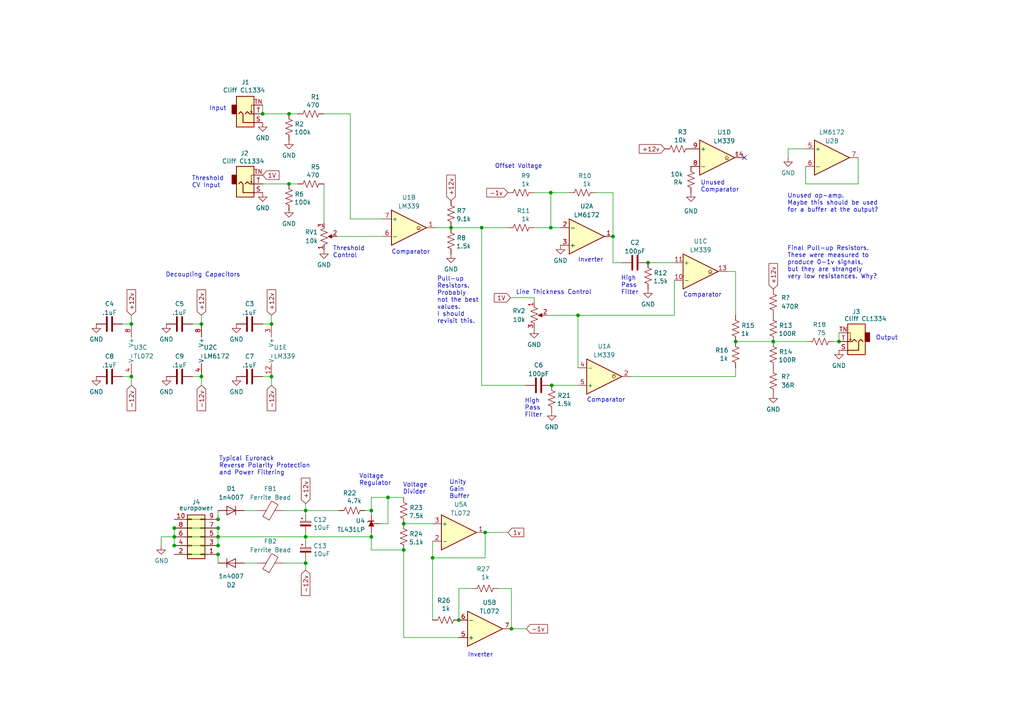
<source format=kicad_sch>
(kicad_sch (version 20211123) (generator eeschema)
  (paper "A4")
  (title_block (title "Slow Edge Protoboard") (date "2023-11-23") (rev "0.1.1") (company "Octovolt"))
  (lib_symbols
    (symbol "Amplifier_Operational:LM6172" (pin_names (offset 0.127))
      (property "Reference" "U" (at 0 5.08 0))
      (property "Value" "LM6172" (at 0 -5.08 0))
      (symbol "LM6172_1_1"
        (polyline (pts (xy -5.08 5.08) (xy 5.08 0) (xy -5.08 -5.08) (xy -5.08 5.08)) (stroke (width 0.254)) (fill (type background)))
        (pin output line (at 7.62 0 180) (length 2.54) (name "~") (number "1"))
        (pin input line (at -7.62 -2.54 0) (length 2.54) (name "-") (number "2"))
        (pin input line (at -7.62 2.54 0) (length 2.54) (name "+") (number "3"))
      )
      (symbol "LM6172_2_1"
        (polyline (pts (xy -5.08 5.08) (xy 5.08 0) (xy -5.08 -5.08) (xy -5.08 5.08)) (stroke (width 0.254)) (fill (type background)))
        (pin input line (at -7.62 2.54 0) (length 2.54) (name "+") (number "5"))
        (pin input line (at -7.62 -2.54 0) (length 2.54) (name "-") (number "6"))
        (pin output line (at 7.62 0 180) (length 2.54) (name "~") (number "7"))
      )
      (symbol "LM6172_3_1"
        (pin power_in line (at -2.54 -7.62 90) (length 3.81) (name "V-") (number "4"))
        (pin power_in line (at -2.54 7.62 270) (length 3.81) (name "V+") (number "8"))
      )
    )
    (symbol "Amplifier_Operational:TL072" (pin_names (offset 0.127))
      (property "Reference" "U" (at 0 5.08 0))
      (property "Value" "TL072" (at 0 -5.08 0))
      (symbol "TL072_1_1"
        (polyline (pts (xy -5.08 5.08) (xy 5.08 0) (xy -5.08 -5.08) (xy -5.08 5.08)) (stroke (width 0.254)) (fill (type background)))
        (pin output line (at 7.62 0 180) (length 2.54) (name "~") (number "1"))
        (pin input line (at -7.62 -2.54 0) (length 2.54) (name "-") (number "2"))
        (pin input line (at -7.62 2.54 0) (length 2.54) (name "+") (number "3"))
      )
      (symbol "TL072_2_1"
        (polyline (pts (xy -5.08 5.08) (xy 5.08 0) (xy -5.08 -5.08) (xy -5.08 5.08)) (stroke (width 0.254)) (fill (type background)))
        (pin input line (at -7.62 2.54 0) (length 2.54) (name "+") (number "5"))
        (pin input line (at -7.62 -2.54 0) (length 2.54) (name "-") (number "6"))
        (pin output line (at 7.62 0 180) (length 2.54) (name "~") (number "7"))
      )
      (symbol "TL072_3_1"
        (pin power_in line (at -2.54 -7.62 90) (length 3.81) (name "V-") (number "4"))
        (pin power_in line (at -2.54 7.62 270) (length 3.81) (name "V+") (number "8"))
      )
    )
    (symbol "Comparator:LM339" (pin_names (offset 0.127))
      (property "Reference" "U" (at 0 5.08 0))
      (property "Value" "LM339" (at 0 -5.08 0))
      (symbol "LM339_1_1"
        (polyline (pts (xy -5.08 5.08) (xy 5.08 0) (xy -5.08 -5.08) (xy -5.08 5.08)) (stroke (width 0.254)) (fill (type background)))
        (polyline (pts (xy 3.302 -0.508) (xy 2.794 -0.508) (xy 3.302 0) (xy 2.794 0.508) (xy 2.286 0) (xy 2.794 -0.508) (xy 2.286 -0.508)) (stroke (width 0.127)))
        (pin open_collector line (at 7.62 0 180) (length 2.54) (name "~") (number "2"))
        (pin input line (at -7.62 -2.54 0) (length 2.54) (name "-") (number "4"))
        (pin input line (at -7.62 2.54 0) (length 2.54) (name "+") (number "5"))
      )
      (symbol "LM339_2_1"
        (polyline (pts (xy -5.08 5.08) (xy 5.08 0) (xy -5.08 -5.08) (xy -5.08 5.08)) (stroke (width 0.254)) (fill (type background)))
        (polyline (pts (xy 3.302 -0.508) (xy 2.794 -0.508) (xy 3.302 0) (xy 2.794 0.508) (xy 2.286 0) (xy 2.794 -0.508) (xy 2.286 -0.508)) (stroke (width 0.127)))
        (pin open_collector line (at 7.62 0 180) (length 2.54) (name "~") (number "1"))
        (pin input line (at -7.62 -2.54 0) (length 2.54) (name "-") (number "6"))
        (pin input line (at -7.62 2.54 0) (length 2.54) (name "+") (number "7"))
      )
      (symbol "LM339_3_1"
        (polyline (pts (xy -5.08 5.08) (xy 5.08 0) (xy -5.08 -5.08) (xy -5.08 5.08)) (stroke (width 0.254)) (fill (type background)))
        (polyline (pts (xy 3.302 -0.508) (xy 2.794 -0.508) (xy 3.302 0) (xy 2.794 0.508) (xy 2.286 0) (xy 2.794 -0.508) (xy 2.286 -0.508)) (stroke (width 0.127)))
        (pin input line (at -7.62 -2.54 0) (length 2.54) (name "-") (number "10"))
        (pin input line (at -7.62 2.54 0) (length 2.54) (name "+") (number "11"))
        (pin open_collector line (at 7.62 0 180) (length 2.54) (name "~") (number "13"))
      )
      (symbol "LM339_4_1"
        (polyline (pts (xy -5.08 5.08) (xy 5.08 0) (xy -5.08 -5.08) (xy -5.08 5.08)) (stroke (width 0.254)) (fill (type background)))
        (polyline (pts (xy 3.302 -0.508) (xy 2.794 -0.508) (xy 3.302 0) (xy 2.794 0.508) (xy 2.286 0) (xy 2.794 -0.508) (xy 2.286 -0.508)) (stroke (width 0.127)))
        (pin open_collector line (at 7.62 0 180) (length 2.54) (name "~") (number "14"))
        (pin input line (at -7.62 -2.54 0) (length 2.54) (name "-") (number "8"))
        (pin input line (at -7.62 2.54 0) (length 2.54) (name "+") (number "9"))
      )
      (symbol "LM339_5_1"
        (pin power_in line (at -2.54 -7.62 90) (length 3.81) (name "V-") (number "12"))
        (pin power_in line (at -2.54 7.62 270) (length 3.81) (name "V+") (number "3"))
      )
    )
    (symbol "Connector_Generic:Conn_02x05_Odd_Even" (pin_names (offset 1.016) hide)
      (property "Reference" "J" (at 1.27 7.62 0))
      (property "Value" "Conn_02x05_Odd_Even" (at 1.27 -7.62 0))
      (symbol "Conn_02x05_Odd_Even_1_1"
        (rectangle (start -1.27 -4.953) (end 0 -5.207) (stroke (width 0.1524)))
        (rectangle (start -1.27 -2.413) (end 0 -2.667) (stroke (width 0.1524)))
        (rectangle (start -1.27 0.127) (end 0 -0.127) (stroke (width 0.1524)))
        (rectangle (start -1.27 2.667) (end 0 2.413) (stroke (width 0.1524)))
        (rectangle (start -1.27 5.207) (end 0 4.953) (stroke (width 0.1524)))
        (rectangle (start -1.27 6.35) (end 3.81 -6.35) (stroke (width 0.254)) (fill (type background)))
        (rectangle (start 3.81 -4.953) (end 2.54 -5.207) (stroke (width 0.1524)))
        (rectangle (start 3.81 -2.413) (end 2.54 -2.667) (stroke (width 0.1524)))
        (rectangle (start 3.81 0.127) (end 2.54 -0.127) (stroke (width 0.1524)))
        (rectangle (start 3.81 2.667) (end 2.54 2.413) (stroke (width 0.1524)))
        (rectangle (start 3.81 5.207) (end 2.54 4.953) (stroke (width 0.1524)))
        (pin passive line (at -5.08 5.08 0) (length 3.81) (name "Pin_1") (number "1"))
        (pin passive line (at 7.62 -5.08 180) (length 3.81) (name "Pin_10") (number "10"))
        (pin passive line (at 7.62 5.08 180) (length 3.81) (name "Pin_2") (number "2"))
        (pin passive line (at -5.08 2.54 0) (length 3.81) (name "Pin_3") (number "3"))
        (pin passive line (at 7.62 2.54 180) (length 3.81) (name "Pin_4") (number "4"))
        (pin passive line (at -5.08 0 0) (length 3.81) (name "Pin_5") (number "5"))
        (pin passive line (at 7.62 0 180) (length 3.81) (name "Pin_6") (number "6"))
        (pin passive line (at -5.08 -2.54 0) (length 3.81) (name "Pin_7") (number "7"))
        (pin passive line (at 7.62 -2.54 180) (length 3.81) (name "Pin_8") (number "8"))
        (pin passive line (at -5.08 -5.08 0) (length 3.81) (name "Pin_9") (number "9"))
      )
    )
    (symbol "Device:C" (pin_numbers hide) (pin_names (offset 0.254))
      (property "Reference" "C" (at 0.635 2.54 0))
      (property "Value" "C" (at 0.635 -2.54 0))
      (symbol "C_0_1"
        (polyline (pts (xy -2.032 -0.762) (xy 2.032 -0.762)) (stroke (width 0.508)))
        (polyline (pts (xy -2.032 0.762) (xy 2.032 0.762)) (stroke (width 0.508)))
      )
      (symbol "C_1_1"
        (pin passive line (at 0 3.81 270) (length 2.794) (name "~") (number "1"))
        (pin passive line (at 0 -3.81 90) (length 2.794) (name "~") (number "2"))
      )
    )
    (symbol "Device:FerriteBead" (pin_numbers hide) (pin_names (offset 0))
      (property "Reference" "FB" (at -3.81 0.635 90))
      (property "Value" "FerriteBead" (at 3.81 0 90))
      (symbol "FerriteBead_0_1"
        (polyline (pts (xy 0 -1.27) (xy 0 -1.2192)))
        (polyline (pts (xy 0 1.27) (xy 0 1.2954)))
        (polyline (pts (xy -2.7686 0.4064) (xy -1.7018 2.2606) (xy 2.7686 -0.3048) (xy 1.6764 -2.159) (xy -2.7686 0.4064)))
      )
      (symbol "FerriteBead_1_1"
        (pin passive line (at 0 3.81 270) (length 2.54) (name "~") (number "1"))
        (pin passive line (at 0 -3.81 90) (length 2.54) (name "~") (number "2"))
      )
    )
    (symbol "Device:R_Potentiometer_US" (pin_names (offset 1.016) hide)
      (property "Reference" "RV" (at -4.445 0 90))
      (property "Value" "R_Potentiometer_US" (at -2.54 0 90))
      (symbol "R_Potentiometer_US_0_1"
        (polyline (pts (xy 0 -2.286) (xy 0 -2.54)))
        (polyline (pts (xy 0 2.54) (xy 0 2.286)))
        (polyline (pts (xy 2.54 0) (xy 1.524 0)))
        (polyline (pts (xy 1.143 0) (xy 2.286 0.508) (xy 2.286 -0.508) (xy 1.143 0)) (fill (type outline)))
        (polyline (pts (xy 0 -0.762) (xy 1.016 -1.143) (xy 0 -1.524) (xy -1.016 -1.905) (xy 0 -2.286)))
        (polyline (pts (xy 0 0.762) (xy 1.016 0.381) (xy 0 0) (xy -1.016 -0.381) (xy 0 -0.762)))
        (polyline (pts (xy 0 2.286) (xy 1.016 1.905) (xy 0 1.524) (xy -1.016 1.143) (xy 0 0.762)))
      )
      (symbol "R_Potentiometer_US_1_1"
        (pin passive line (at 0 3.81 270) (length 1.27) (name "1") (number "1"))
        (pin passive line (at 3.81 0 180) (length 1.27) (name "2") (number "2"))
        (pin passive line (at 0 -3.81 90) (length 1.27) (name "3") (number "3"))
      )
    )
    (symbol "Device:R_US" (pin_numbers hide) (pin_names (offset 0))
      (property "Reference" "R" (at 2.54 0 90))
      (property "Value" "R_US" (at -2.54 0 90))
      (symbol "R_US_0_1"
        (polyline (pts (xy 0 -2.286) (xy 0 -2.54)))
        (polyline (pts (xy 0 2.286) (xy 0 2.54)))
        (polyline (pts (xy 0 -0.762) (xy 1.016 -1.143) (xy 0 -1.524) (xy -1.016 -1.905) (xy 0 -2.286)))
        (polyline (pts (xy 0 0.762) (xy 1.016 0.381) (xy 0 0) (xy -1.016 -0.381) (xy 0 -0.762)))
        (polyline (pts (xy 0 2.286) (xy 1.016 1.905) (xy 0 1.524) (xy -1.016 1.143) (xy 0 0.762)))
      )
      (symbol "R_US_1_1"
        (pin passive line (at 0 3.81 270) (length 1.27) (name "~") (number "1"))
        (pin passive line (at 0 -3.81 90) (length 1.27) (name "~") (number "2"))
      )
    )
    (symbol "Reference_Voltage:TL431LP" (pin_numbers hide) (pin_names hide)
      (property "Reference" "U" (at -2.54 2.54 0))
      (property "Value" "TL431LP" (at 0 -2.54 0))
      (symbol "TL431LP_0_1"
        (polyline (pts (xy -1.27 0) (xy 0 0) (xy 1.27 0)))
        (polyline (pts (xy -0.762 0.762) (xy 0.762 0) (xy -0.762 -0.762)) (fill (type outline)))
        (polyline (pts (xy 0.508 -1.016) (xy 0.762 -0.762) (xy 0.762 0.762) (xy 0.762 0.762)) (stroke (width 0.254)))
      )
      (symbol "TL431LP_1_1"
        (pin passive line (at 0 2.54 270) (length 2.54) (name "REF") (number "1"))
        (pin passive line (at -2.54 0 0) (length 2.54) (name "A") (number "2"))
        (pin passive line (at 2.54 0 180) (length 2.54) (name "K") (number "3"))
      )
    )
    (symbol "Sync-Ope-proto-rescue:CP_Small-Device" (pin_numbers hide) (pin_names (offset 0.254) hide)
      (property "Reference" "C" (at 0.254 1.778 0))
      (property "Value" "CP_Small-Device" (at 0.254 -2.032 0))
      (symbol "CP_Small-Device_0_1"
        (rectangle (start -1.524 -0.3048) (end 1.524 -0.6858) (fill (type outline)))
        (rectangle (start -1.524 0.6858) (end 1.524 0.3048))
        (polyline (pts (xy -1.27 1.524) (xy -0.762 1.524)))
        (polyline (pts (xy -1.016 1.27) (xy -1.016 1.778)))
      )
      (symbol "CP_Small-Device_1_1"
        (pin passive line (at 0 2.54 270) (length 1.8542) (name "~") (number "1"))
        (pin passive line (at 0 -2.54 90) (length 1.8542) (name "~") (number "2"))
      )
    )
    (symbol "Sync-Ope-proto-rescue:D-Device" (pin_numbers hide) (pin_names (offset 1.016) hide)
      (property "Reference" "D" (at 0 2.54 0))
      (property "Value" "D-Device" (at 0 -2.54 0))
      (symbol "D-Device_0_1"
        (polyline (pts (xy -1.27 1.27) (xy -1.27 -1.27)) (stroke (width 0.2032)))
        (polyline (pts (xy 1.27 0) (xy -1.27 0)))
        (polyline (pts (xy 1.27 1.27) (xy 1.27 -1.27) (xy -1.27 0) (xy 1.27 1.27)) (stroke (width 0.2032)))
      )
      (symbol "D-Device_1_1"
        (pin passive line (at -3.81 0 0) (length 2.54) (name "K") (number "1"))
        (pin passive line (at 3.81 0 180) (length 2.54) (name "A") (number "2"))
      )
    )
    (symbol "Sync-Ope-proto-rescue:GND-power" (power) (pin_names (offset 0))
      (property "Value" "GND-power" (at 0 -3.81 0))
      (symbol "GND-power_0_1"
        (polyline (pts (xy 0 0) (xy 0 -1.27) (xy 1.27 -1.27) (xy 0 -2.54) (xy -1.27 -1.27) (xy 0 -1.27)))
      )
      (symbol "GND-power_1_1"
        (pin power_in line (at 0 0 270) (length 0) hide (name "GND") (number "1"))
      )
    )
    (symbol "lines:AudioJackThonkiconn"
      (property "Reference" "J" (at 0 8.89 0))
      (property "Value" "AudioJackThonkiconn" (at 0 6.35 0))
      (symbol "AudioJackThonkiconn_0_1"
        (rectangle (start -2.54 0) (end -3.81 -2.54) (stroke (width 0.254)) (fill (type outline)))
        (polyline (pts (xy 1.778 -0.254) (xy 2.032 -0.762)))
        (polyline (pts (xy 0 0) (xy 0.635 -0.635) (xy 1.27 0) (xy 2.54 0)) (stroke (width 0.254)))
        (polyline (pts (xy 2.54 -2.54) (xy 1.778 -2.54) (xy 1.778 -0.254) (xy 1.524 -0.762)))
        (polyline (pts (xy 2.54 2.54) (xy -0.635 2.54) (xy -0.635 0) (xy -1.27 -0.635) (xy -1.905 0)) (stroke (width 0.254)))
        (rectangle (start 2.54 3.81) (end -2.54 -5.08) (stroke (width 0.254)) (fill (type background)))
      )
      (symbol "AudioJackThonkiconn_1_1"
        (pin passive line (at 5.08 2.54 180) (length 2.54) (name "~") (number "S"))
        (pin passive line (at 5.08 0 180) (length 2.54) (name "~") (number "T"))
        (pin passive line (at 5.08 -2.54 180) (length 2.54) (name "~") (number "TN"))
      )
    )
    (symbol "power:GND" (power) (pin_names (offset 0))
      (property "Value" "GND" (at 0 -3.81 0))
      (symbol "GND_0_1"
        (polyline (pts (xy 0 0) (xy 0 -1.27) (xy 1.27 -1.27) (xy 0 -2.54) (xy -1.27 -1.27) (xy 0 -1.27)))
      )
      (symbol "GND_1_1"
        (pin power_in line (at 0 0 270) (length 0) hide (name "GND") (number "1"))
      )
    )
  )
  (junction (at 50.546 153.162))
  (junction (at 38.1 93.98))
  (junction (at 83.82 53.34))
  (junction (at 78.74 93.98))
  (junction (at 177.8 68.58))
  (junction (at 213.36 99.06))
  (junction (at 50.546 158.242))
  (junction (at 159.766 66.04))
  (junction (at 117.094 159.512))
  (junction (at 63.246 155.702))
  (junction (at 88.646 148.082))
  (junction (at 112.522 144.272))
  (junction (at 107.696 148.082))
  (junction (at 159.766 55.88))
  (junction (at 88.646 155.702))
  (junction (at 63.246 153.162))
  (junction (at 38.1 109.22))
  (junction (at 88.646 163.322))
  (junction (at 117.094 151.892))
  (junction (at 76.2 33.02))
  (junction (at 125.476 161.798))
  (junction (at 130.81 66.04))
  (junction (at 139.7 66.04))
  (junction (at 50.546 155.702))
  (junction (at 83.82 33.02))
  (junction (at 160.02 111.76))
  (junction (at 243.332 99.06))
  (junction (at 224.282 99.06))
  (junction (at 78.74 109.22))
  (junction (at 167.64 91.44))
  (junction (at 148.336 182.372))
  (junction (at 63.246 160.782))
  (junction (at 140.716 154.432))
  (junction (at 58.42 93.98))
  (junction (at 58.42 109.22))
  (junction (at 187.96 76.2))
  (junction (at 63.246 150.622))
  (junction (at 107.696 155.702))
  (junction (at 63.246 158.242))
  (junction (at 133.096 179.832))
  (no_connect (at 215.9 45.72))
  (wire (pts (xy 224.282 99.06) (xy 234.188 99.06)))
  (wire (pts (xy 76.2 30.48) (xy 76.2 33.02)))
  (wire (pts (xy 112.522 144.272) (xy 117.094 144.272)))
  (wire (pts (xy 86.36 53.34) (xy 83.82 53.34)))
  (wire (pts (xy 93.98 53.34) (xy 93.98 64.77)))
  (wire (pts (xy 241.808 99.06) (xy 243.332 99.06)))
  (wire (pts (xy 35.56 109.22) (xy 38.1 109.22)))
  (wire (pts (xy 107.696 144.272) (xy 107.696 148.082)))
  (wire (pts (xy 126.238 66.04) (xy 130.81 66.04)))
  (wire (pts (xy 117.094 151.892) (xy 125.476 151.892)))
  (wire (pts (xy 82.296 148.082) (xy 88.646 148.082)))
  (wire (pts (xy 160.02 111.76) (xy 167.64 111.76)))
  (wire (pts (xy 70.866 163.322) (xy 74.676 163.322)))
  (wire (pts (xy 148.336 170.688) (xy 148.336 182.372)))
  (wire (pts (xy 125.476 156.972) (xy 125.476 161.798)))
  (wire (pts (xy 63.246 153.162) (xy 63.246 155.702)))
  (wire (pts (xy 105.918 148.082) (xy 107.696 148.082)))
  (wire (pts (xy 139.7 66.04) (xy 147.32 66.04)))
  (wire (pts (xy 50.546 158.242) (xy 63.246 158.242)))
  (wire (pts (xy 233.68 48.26) (xy 233.68 53.34)))
  (wire (pts (xy 159.766 55.88) (xy 165.1 55.88)))
  (wire (pts (xy 76.2 53.34) (xy 83.82 53.34)))
  (wire (pts (xy 38.1 111.76) (xy 38.1 109.22)))
  (wire (pts (xy 248.92 45.72) (xy 248.92 53.34)))
  (wire (pts (xy 50.546 153.162) (xy 63.246 153.162)))
  (wire (pts (xy 112.522 151.892) (xy 110.236 151.892)))
  (wire (pts (xy 210.82 78.74) (xy 213.36 78.74)))
  (wire (pts (xy 133.096 184.912) (xy 117.094 184.912)))
  (wire (pts (xy 86.36 33.02) (xy 83.82 33.02)))
  (wire (pts (xy 177.8 55.88) (xy 177.8 68.58)))
  (wire (pts (xy 50.546 155.702) (xy 50.546 158.242)))
  (wire (pts (xy 70.866 148.082) (xy 74.676 148.082)))
  (wire (pts (xy 187.96 76.2) (xy 187.96 77.216)))
  (wire (pts (xy 58.42 109.22) (xy 58.42 111.76)))
  (wire (pts (xy 125.476 161.798) (xy 125.476 179.832)))
  (wire (pts (xy 107.696 148.082) (xy 107.696 149.352)))
  (wire (pts (xy 125.476 161.798) (xy 140.716 161.798)))
  (wire (pts (xy 50.546 153.162) (xy 50.546 155.702)))
  (wire (pts (xy 154.94 95.25) (xy 154.94 95.504)))
  (wire (pts (xy 112.522 144.272) (xy 112.522 151.892)))
  (wire (pts (xy 215.9 45.72) (xy 215.646 45.72)))
  (wire (pts (xy 187.96 76.2) (xy 195.58 76.2)))
  (wire (pts (xy 233.68 43.18) (xy 228.6 43.18)))
  (wire (pts (xy 117.094 159.512) (xy 117.094 184.912)))
  (wire (pts (xy 83.82 60.96) (xy 83.82 60.452)))
  (wire (pts (xy 167.64 91.44) (xy 167.64 106.68)))
  (wire (pts (xy 182.88 109.22) (xy 213.36 109.22)))
  (wire (pts (xy 133.096 170.688) (xy 133.096 179.832)))
  (wire (pts (xy 133.096 170.688) (xy 136.906 170.688)))
  (wire (pts (xy 78.74 91.44) (xy 78.74 93.98)))
  (wire (pts (xy 213.36 99.06) (xy 224.282 99.06)))
  (wire (pts (xy 101.6 63.5) (xy 101.6 33.02)))
  (wire (pts (xy 97.79 68.58) (xy 110.998 68.58)))
  (wire (pts (xy 58.42 91.44) (xy 58.42 93.98)))
  (wire (pts (xy 139.7 111.76) (xy 152.4 111.76)))
  (wire (pts (xy 248.92 53.34) (xy 233.68 53.34)))
  (wire (pts (xy 177.8 68.58) (xy 177.8 76.2)))
  (wire (pts (xy 107.696 159.512) (xy 117.094 159.512)))
  (wire (pts (xy 167.64 91.44) (xy 195.58 91.44)))
  (wire (pts (xy 195.58 81.28) (xy 195.58 91.44)))
  (wire (pts (xy 139.7 66.04) (xy 139.7 111.76)))
  (wire (pts (xy 159.766 55.88) (xy 159.766 66.04)))
  (wire (pts (xy 76.2 33.02) (xy 83.82 33.02)))
  (wire (pts (xy 88.646 155.702) (xy 88.646 156.972)))
  (wire (pts (xy 130.81 66.04) (xy 139.7 66.04)))
  (wire (pts (xy 177.8 55.88) (xy 172.72 55.88)))
  (wire (pts (xy 213.36 106.68) (xy 213.36 109.22)))
  (wire (pts (xy 107.696 159.512) (xy 107.696 155.702)))
  (wire (pts (xy 148.082 86.36) (xy 154.94 86.36)))
  (wire (pts (xy 93.98 33.02) (xy 101.6 33.02)))
  (wire (pts (xy 76.2 109.22) (xy 78.74 109.22)))
  (wire (pts (xy 154.94 55.88) (xy 159.766 55.88)))
  (wire (pts (xy 82.296 163.322) (xy 88.646 163.322)))
  (wire (pts (xy 88.646 154.432) (xy 88.646 155.702)))
  (wire (pts (xy 107.696 144.272) (xy 112.522 144.272)))
  (wire (pts (xy 38.1 91.44) (xy 38.1 93.98)))
  (wire (pts (xy 63.246 155.702) (xy 63.246 158.242)))
  (wire (pts (xy 144.526 170.688) (xy 148.336 170.688)))
  (wire (pts (xy 63.246 160.782) (xy 63.246 163.322)))
  (wire (pts (xy 50.546 160.782) (xy 63.246 160.782)))
  (wire (pts (xy 78.74 109.22) (xy 78.74 111.76)))
  (wire (pts (xy 158.75 91.44) (xy 167.64 91.44)))
  (wire (pts (xy 63.246 150.622) (xy 63.246 148.082)))
  (wire (pts (xy 107.696 155.702) (xy 107.696 154.432)))
  (wire (pts (xy 55.88 109.22) (xy 58.42 109.22)))
  (wire (pts (xy 130.81 66.04) (xy 130.81 65.786)))
  (wire (pts (xy 140.716 154.432) (xy 140.716 161.798)))
  (wire (pts (xy 50.546 155.702) (xy 46.736 155.702)))
  (wire (pts (xy 88.646 148.082) (xy 98.298 148.082)))
  (wire (pts (xy 154.94 86.36) (xy 154.94 87.63)))
  (wire (pts (xy 159.766 66.04) (xy 162.56 66.04)))
  (wire (pts (xy 228.6 43.18) (xy 228.6 45.72)))
  (wire (pts (xy 243.332 96.52) (xy 243.332 99.06)))
  (wire (pts (xy 177.8 76.2) (xy 180.34 76.2)))
  (wire (pts (xy 140.716 154.432) (xy 147.32 154.432)))
  (wire (pts (xy 46.736 155.702) (xy 46.736 158.242)))
  (wire (pts (xy 110.998 63.5) (xy 101.6 63.5)))
  (wire (pts (xy 63.246 155.702) (xy 88.646 155.702)))
  (wire (pts (xy 50.546 155.702) (xy 63.246 155.702)))
  (wire (pts (xy 213.36 78.74) (xy 213.36 91.44)))
  (wire (pts (xy 88.646 163.322) (xy 88.646 162.052)))
  (wire (pts (xy 154.94 66.04) (xy 159.766 66.04)))
  (wire (pts (xy 88.646 146.05) (xy 88.646 148.082)))
  (wire (pts (xy 88.646 148.082) (xy 88.646 149.352)))
  (wire (pts (xy 55.88 93.98) (xy 58.42 93.98)))
  (wire (pts (xy 35.56 93.98) (xy 38.1 93.98)))
  (wire (pts (xy 76.2 93.98) (xy 78.74 93.98)))
  (wire (pts (xy 88.646 155.702) (xy 107.696 155.702)))
  (wire (pts (xy 50.546 150.622) (xy 63.246 150.622)))
  (wire (pts (xy 148.336 182.372) (xy 152.654 182.372)))
  (wire (pts (xy 88.646 165.354) (xy 88.646 163.322)))
  (text "Typical Eurorack\nReverse Polarity Protection\nand Power Filtering" (at 63.5 137.922 0) (effects (font (size 1.27 1.27)) (justify left bottom)))
  (text "Comparator" (at 170.18 116.84 0) (effects (font (size 1.27 1.27)) (justify left bottom)))
  (text "Offset Voltage" (at 143.51 49.022 0) (effects (font (size 1.27 1.27)) (justify left bottom)))
  (text "Decoupling Capacitors" (at 48.006 80.518 0) (effects (font (size 1.27 1.27)) (justify left bottom)))
  (text "Threshold \nCV Input" (at 55.626 54.61 0) (effects (font (size 1.27 1.27)) (justify left bottom)))
  (text "High \nPass \nFilter" (at 152.146 121.158 0) (effects (font (size 1.27 1.27)) (justify left bottom)))
  (text "Pull-up \nResistors.\nProbably \nnot the best\nvalues.\nI should \nrevisit this." (at 126.746 93.98 0) (effects (font (size 1.27 1.27)) (justify left bottom)))
  (text "Input" (at 60.706 32.258 0) (effects (font (size 1.27 1.27)) (justify left bottom)))
  (text "Output" (at 254 98.806 0) (effects (font (size 1.27 1.27)) (justify left bottom)))
  (text "Unity\nGain\nBuffer" (at 130.302 144.78 0) (effects (font (size 1.27 1.27)) (justify left bottom)))
  (text "Voltage\nRegulator" (at 104.14 140.97 0) (effects (font (size 1.27 1.27)) (justify left bottom)))
  (text "Inverter" (at 167.64 76.2 0) (effects (font (size 1.27 1.27)) (justify left bottom)))
  (text "Voltage\nDivider" (at 116.84 143.51 0) (effects (font (size 1.27 1.27)) (justify left bottom)))
  (text "Inverter" (at 135.636 190.754 0) (effects (font (size 1.27 1.27)) (justify left bottom)))
  (text "High \nPass \nFilter" (at 180.086 85.598 0) (effects (font (size 1.27 1.27)) (justify left bottom)))
  (text "Final Pull-up Resistors.\nThese were measured to\nproduce 0-1v signals,\nbut they are strangely \nvery low resistances. Why?" (at 228.346 81.026 0) (effects (font (size 1.27 1.27)) (justify left bottom)))
  (text "Unused op-amp. \nMaybe this should be used\nfor a buffer at the output?" (at 228.346 61.722 0) (effects (font (size 1.27 1.27)) (justify left bottom)))
  (text "Threshold \nControl" (at 96.52 74.93 0) (effects (font (size 1.27 1.27)) (justify left bottom)))
  (text "Unused\nComparator" (at 203.2 55.88 0) (effects (font (size 1.27 1.27)) (justify left bottom)))
  (text "Comparator" (at 113.538 73.914 0) (effects (font (size 1.27 1.27)) (justify left bottom)))
  (text "Line Thickness Control" (at 149.606 85.598 0) (effects (font (size 1.27 1.27)) (justify left bottom)))
  (text "Comparator" (at 198.12 86.36 0) (effects (font (size 1.27 1.27)) (justify left bottom)))
  (global_label "-12v" (shape input) (at 78.74 111.76 270) (property "Intersheet References" "${INTERSHEET_REFS}" (effects hide)))
  (global_label "1v" (shape input) (at 147.32 154.432 0) (property "Intersheet References" "${INTERSHEET_REFS}" (effects hide)))
  (global_label "+12v" (shape input) (at 78.74 91.44 90) (property "Intersheet References" "${INTERSHEET_REFS}" (effects hide)))
  (global_label "-12v" (shape input) (at 88.646 165.354 270) (property "Intersheet References" "${INTERSHEET_REFS}" (effects hide)))
  (global_label "+12v" (shape input) (at 130.81 58.166 90) (property "Intersheet References" "${INTERSHEET_REFS}" (effects hide)))
  (global_label "1V" (shape input) (at 148.082 86.36 180) (property "Intersheet References" "${INTERSHEET_REFS}" (effects hide)))
  (global_label "+12v" (shape input) (at 224.282 83.82 90) (property "Intersheet References" "${INTERSHEET_REFS}" (effects hide)))
  (global_label "-1v" (shape input) (at 147.32 55.88 180) (property "Intersheet References" "${INTERSHEET_REFS}" (effects hide)))
  (global_label "1V" (shape input) (at 76.2 50.8 0) (property "Intersheet References" "${INTERSHEET_REFS}" (effects hide)))
  (global_label "+12v" (shape input) (at 58.42 91.44 90) (property "Intersheet References" "${INTERSHEET_REFS}" (effects hide)))
  (global_label "-12v" (shape input) (at 38.1 111.76 270) (property "Intersheet References" "${INTERSHEET_REFS}" (effects hide)))
  (global_label "+12v" (shape input) (at 192.786 43.18 180) (property "Intersheet References" "${INTERSHEET_REFS}" (effects hide)))
  (global_label "+12v" (shape input) (at 88.646 146.05 90) (property "Intersheet References" "${INTERSHEET_REFS}" (effects hide)))
  (global_label "-12v" (shape input) (at 58.42 111.76 270) (property "Intersheet References" "${INTERSHEET_REFS}" (effects hide)))
  (global_label "+12v" (shape input) (at 38.1 91.44 90) (property "Intersheet References" "${INTERSHEET_REFS}" (effects hide)))
  (global_label "-1v" (shape input) (at 152.654 182.372 0) (property "Intersheet References" "${INTERSHEET_REFS}" (effects hide)))
  (symbol (lib_id "Connector_Generic:Conn_02x05_Odd_Even") (at 58.166 155.702 180) (unit 1)
    (property "Reference" "J4" (at 56.896 145.6522 0))
    (property "Value" "europower" (at 56.896 147.32 0))
    (property "Footprint" "Connector_IDC:IDC-Header_2x05_P2.54mm_Vertical" (effects hide))
  )
  (symbol (lib_id "Device:C") (at 31.75 93.98 90) (unit 1)
    (property "Reference" "C4" (at 31.75 88.1212 90))
    (property "Value" ".1uF" (at 31.75 90.6581 90))
    (property "Footprint" "Capacitor_THT:C_Disc_D5.0mm_W2.5mm_P5.00mm" (effects hide))
  )
  (symbol (lib_id "Amplifier_Operational:TL072") (at 40.64 101.6 0) (unit 3)
    (property "Reference" "U3" (at 38.735 100.7653 0) (effects (justify left)))
    (property "Value" "TL072" (at 38.735 103.3022 0) (effects (justify left)))
    (property "Footprint" "Package_DIP:DIP-8_W7.62mm" (effects hide))
    (property "Datasheet" "http://www.ti.com/lit/ds/symlink/tl071.pdf" (effects hide))
  )
  (symbol (lib_id "Device:R_Potentiometer_US") (at 154.94 91.44 0) (unit 1)
    (property "Reference" "RV2" (at 152.4 90.1699 0) (effects (justify right)))
    (property "Value" "10k" (at 152.4 92.7099 0) (effects (justify right)))
    (property "Footprint" "Components:Alpha9mmPot" (effects hide))
  )
  (symbol (lib_id "Device:R_US") (at 151.13 55.88 90) (unit 1)
    (property "Reference" "R9" (at 153.797 50.9813 90) (effects (justify left)))
    (property "Value" "1k" (at 153.67 53.34 90) (effects (justify left)))
    (property "Footprint" "Resistor_THT:R_Axial_DIN0204_L3.6mm_D1.6mm_P5.08mm_Horizontal" (effects hide))
  )
  (symbol (lib_id "power:GND") (at 68.58 109.22 0) (unit 1)
    (property "Reference" "#PWR016" (effects hide))
    (property "Value" "GND" (at 68.58 113.6634 0))
  )
  (symbol (lib_id "Comparator:LM339") (at 175.26 109.22 0) (mirror x) (unit 1)
    (property "Reference" "U1" (at 175.26 100.4402 0))
    (property "Value" "LM339" (at 175.26 102.9771 0))
    (property "Footprint" "Package_DIP:DIP-14_W7.62mm" (effects hide))
    (property "Datasheet" "https://www.st.com/resource/en/datasheet/lm139.pdf" (effects hide))
  )
  (symbol (lib_id "Device:FerriteBead") (at 78.486 163.322 90) (unit 1)
    (property "Reference" "FB2" (at 78.4352 156.9806 90))
    (property "Value" "Ferrite Bead" (at 78.4352 159.5175 90))
    (property "Footprint" "Resistor_THT:R_Axial_DIN0207_L6.3mm_D2.5mm_P7.62mm_Horizontal" (effects hide))
  )
  (symbol (lib_id "Comparator:LM339") (at 203.2 78.74 0) (unit 3)
    (property "Reference" "U1" (at 203.2 69.9602 0))
    (property "Value" "LM339" (at 203.2 72.4971 0))
    (property "Footprint" "Package_DIP:DIP-14_W7.62mm" (effects hide))
    (property "Datasheet" "https://www.st.com/resource/en/datasheet/lm139.pdf" (effects hide))
  )
  (symbol (lib_id "Device:R_US") (at 90.17 33.02 90) (unit 1)
    (property "Reference" "R1" (at 92.837 28.1213 90) (effects (justify left)))
    (property "Value" "470" (at 92.71 30.48 90) (effects (justify left)))
    (property "Footprint" "Resistor_THT:R_Axial_DIN0204_L3.6mm_D1.6mm_P5.08mm_Horizontal" (effects hide))
  )
  (symbol (lib_id "Comparator:LM339") (at 118.618 66.04 0) (unit 2)
    (property "Reference" "U1" (at 118.618 57.2602 0))
    (property "Value" "LM339" (at 118.618 59.7971 0))
    (property "Footprint" "Package_DIP:DIP-14_W7.62mm" (effects hide))
    (property "Datasheet" "https://www.st.com/resource/en/datasheet/lm139.pdf" (effects hide))
  )
  (symbol (lib_id "Device:R_US") (at 117.094 148.082 0) (unit 1)
    (property "Reference" "R23" (at 118.745 147.2473 0) (effects (justify left)))
    (property "Value" "7.5k" (at 118.618 149.606 0) (effects (justify left)))
    (property "Footprint" "Resistor_THT:R_Axial_DIN0204_L3.6mm_D1.6mm_P5.08mm_Horizontal" (effects hide))
  )
  (symbol (lib_id "Device:R_US") (at 224.282 102.87 0) (unit 1)
    (property "Reference" "R14" (at 225.933 102.0353 0) (effects (justify left)))
    (property "Value" "100R" (at 225.806 104.394 0) (effects (justify left)))
    (property "Footprint" "Resistor_THT:R_Axial_DIN0204_L3.6mm_D1.6mm_P5.08mm_Horizontal" (effects hide))
  )
  (symbol (lib_id "Device:R_US") (at 196.596 43.18 90) (unit 1)
    (property "Reference" "R3" (at 199.263 38.2813 90) (effects (justify left)))
    (property "Value" "10k" (at 199.136 40.64 90) (effects (justify left)))
    (property "Footprint" "Resistor_THT:R_Axial_DIN0204_L3.6mm_D1.6mm_P5.08mm_Horizontal" (effects hide))
  )
  (symbol (lib_id "power:GND") (at 83.82 60.452 0) (unit 1)
    (property "Reference" "#PWR05" (effects hide))
    (property "Value" "GND" (at 83.82 64.8954 0))
  )
  (symbol (lib_id "Sync-Ope-proto-rescue:CP_Small-Device") (at 88.646 151.892 0) (unit 1)
    (property "Reference" "C12" (at 90.8812 150.7236 0) (effects (justify left)))
    (property "Value" "10uF" (at 90.8812 153.035 0) (effects (justify left)))
    (property "Footprint" "Capacitor_THT:CP_Radial_D5.0mm_P2.50mm" (effects hide))
  )
  (symbol (lib_id "Amplifier_Operational:LM6172") (at 170.18 68.58 0) (mirror x) (unit 1)
    (property "Reference" "U2" (at 170.18 59.8002 0))
    (property "Value" "LM6172" (at 170.18 62.3371 0))
    (property "Footprint" "Package_DIP:DIP-8_W7.62mm" (effects hide))
    (property "Datasheet" "http://www.ti.com/lit/ds/symlink/lm6172.pdf" (effects hide))
  )
  (symbol (lib_id "power:GND") (at 48.26 93.98 0) (unit 1)
    (property "Reference" "#PWR014" (effects hide))
    (property "Value" "GND" (at 48.26 98.4234 0))
  )
  (symbol (lib_id "Device:C") (at 52.07 109.22 90) (unit 1)
    (property "Reference" "C9" (at 52.07 103.3612 90))
    (property "Value" ".1uF" (at 52.07 105.8981 90))
    (property "Footprint" "Capacitor_THT:C_Disc_D5.0mm_W2.5mm_P5.00mm" (effects hide))
  )
  (symbol (lib_id "power:GND") (at 130.81 73.66 0) (unit 1)
    (property "Reference" "#PWR08" (effects hide))
    (property "Value" "GND" (at 130.81 78.1034 0))
  )
  (symbol (lib_id "power:GND") (at 200.406 55.88 0) (unit 1)
    (property "Reference" "#PWR04" (effects hide))
    (property "Value" "GND" (at 200.406 61.214 0))
  )
  (symbol (lib_id "Device:FerriteBead") (at 78.486 148.082 90) (unit 1)
    (property "Reference" "FB1" (at 78.4352 141.7406 90))
    (property "Value" "Ferrite Bead" (at 78.4352 144.2775 90))
    (property "Footprint" "Resistor_THT:R_Axial_DIN0207_L6.3mm_D2.5mm_P7.62mm_Horizontal" (effects hide))
  )
  (symbol (lib_id "Device:R_US") (at 130.81 69.85 0) (unit 1)
    (property "Reference" "R8" (at 132.461 69.0153 0) (effects (justify left)))
    (property "Value" "1.5k" (at 132.334 71.374 0) (effects (justify left)))
    (property "Footprint" "Resistor_THT:R_Axial_DIN0204_L3.6mm_D1.6mm_P5.08mm_Horizontal" (effects hide))
  )
  (symbol (lib_id "Device:R_US") (at 224.282 95.25 0) (unit 1)
    (property "Reference" "R13" (at 225.933 94.4153 0) (effects (justify left)))
    (property "Value" "100R" (at 225.806 96.774 0) (effects (justify left)))
    (property "Footprint" "Resistor_THT:R_Axial_DIN0204_L3.6mm_D1.6mm_P5.08mm_Horizontal" (effects hide))
  )
  (symbol (lib_id "Sync-Ope-proto-rescue:CP_Small-Device") (at 88.646 159.512 0) (unit 1)
    (property "Reference" "C13" (at 90.8812 158.3436 0) (effects (justify left)))
    (property "Value" "10uF" (at 90.8812 160.655 0) (effects (justify left)))
    (property "Footprint" "Capacitor_THT:CP_Radial_D5.0mm_P2.50mm" (effects hide))
  )
  (symbol (lib_id "Comparator:LM339") (at 208.026 45.72 0) (unit 4)
    (property "Reference" "U1" (at 210.058 38.3571 0))
    (property "Value" "LM339" (at 210.058 40.894 0))
    (property "Footprint" "Package_DIP:DIP-14_W7.62mm" (effects hide))
    (property "Datasheet" "https://www.st.com/resource/en/datasheet/lm139.pdf" (effects hide))
  )
  (symbol (lib_id "Device:C") (at 184.15 76.2 90) (unit 1)
    (property "Reference" "C2" (at 184.15 70.3412 90))
    (property "Value" "100pF" (at 184.15 72.8781 90))
    (property "Footprint" "Capacitor_THT:C_Disc_D5.0mm_W2.5mm_P5.00mm" (effects hide))
  )
  (symbol (lib_id "Reference_Voltage:TL431LP") (at 107.696 151.892 270) (mirror x) (unit 1)
    (property "Reference" "U4" (at 105.918 151.0573 90) (effects (justify right)))
    (property "Value" "TL431LP" (at 105.918 153.5942 90) (effects (justify right)))
    (property "Footprint" "Package_TO_SOT_THT:TO-92_HandSolder" (effects hide))
    (property "Datasheet" "http://www.ti.com/lit/ds/symlink/tl431.pdf" (effects hide))
  )
  (symbol (lib_id "power:GND") (at 83.82 40.64 0) (unit 1)
    (property "Reference" "#PWR02" (effects hide))
    (property "Value" "GND" (at 83.82 45.0834 0))
  )
  (symbol (lib_id "Amplifier_Operational:LM6172") (at 241.3 45.72 0) (unit 2)
    (property "Reference" "U2" (at 241.3 40.8909 0))
    (property "Value" "LM6172" (at 241.3 38.354 0))
    (property "Footprint" "Package_DIP:DIP-8_W7.62mm" (effects hide))
    (property "Datasheet" "http://www.ti.com/lit/ds/symlink/lm6172.pdf" (effects hide))
  )
  (symbol (lib_id "Sync-Ope-proto-rescue:D-Device") (at 67.056 163.322 0) (unit 1)
    (property "Reference" "D2" (at 67.056 169.672 0))
    (property "Value" "1n4007" (at 67.056 167.132 0))
    (property "Footprint" "Diode_THT:D_DO-41_SOD81_P7.62mm_Horizontal" (effects hide))
  )
  (symbol (lib_id "Sync-Ope-proto-rescue:D-Device") (at 67.056 148.082 180) (unit 1)
    (property "Reference" "D1" (at 67.056 141.732 0))
    (property "Value" "1n4007" (at 67.056 144.272 0))
    (property "Footprint" "Diode_THT:D_DO-41_SOD81_P7.62mm_Horizontal" (effects hide))
  )
  (symbol (lib_id "Device:R_US") (at 83.82 36.83 0) (unit 1)
    (property "Reference" "R2" (at 85.471 35.9953 0) (effects (justify left)))
    (property "Value" "100k" (at 85.344 38.354 0) (effects (justify left)))
    (property "Footprint" "Resistor_THT:R_Axial_DIN0204_L3.6mm_D1.6mm_P5.08mm_Horizontal" (effects hide))
  )
  (symbol (lib_id "power:GND") (at 93.98 72.39 0) (unit 1)
    (property "Reference" "#PWR07" (effects hide))
    (property "Value" "GND" (at 93.98 76.8334 0))
  )
  (symbol (lib_id "Device:R_US") (at 130.81 61.976 0) (unit 1)
    (property "Reference" "R7" (at 132.461 61.1413 0) (effects (justify left)))
    (property "Value" "9.1k" (at 132.334 63.5 0) (effects (justify left)))
    (property "Footprint" "Resistor_THT:R_Axial_DIN0204_L3.6mm_D1.6mm_P5.08mm_Horizontal" (effects hide))
  )
  (symbol (lib_id "Device:R_US") (at 151.13 66.04 90) (unit 1)
    (property "Reference" "R11" (at 153.797 61.1413 90) (effects (justify left)))
    (property "Value" "1k" (at 153.67 63.5 90) (effects (justify left)))
    (property "Footprint" "Resistor_THT:R_Axial_DIN0204_L3.6mm_D1.6mm_P5.08mm_Horizontal" (effects hide))
  )
  (symbol (lib_id "Amplifier_Operational:TL072") (at 140.716 182.372 0) (mirror x) (unit 2)
    (property "Reference" "U5" (at 141.986 174.7551 0))
    (property "Value" "TL072" (at 141.986 177.292 0))
    (property "Footprint" "Package_DIP:DIP-8_W7.62mm" (effects hide))
    (property "Datasheet" "http://www.ti.com/lit/ds/symlink/tl071.pdf" (effects hide))
  )
  (symbol (lib_id "power:GND") (at 228.6 45.72 0) (unit 1)
    (property "Reference" "#PWR?" (effects hide))
    (property "Value" "GND" (at 228.6 50.1634 0))
  )
  (symbol (lib_id "Device:R_US") (at 187.96 80.01 0) (unit 1)
    (property "Reference" "R12" (at 189.611 79.1753 0) (effects (justify left)))
    (property "Value" "1.5k" (at 189.484 81.534 0) (effects (justify left)))
    (property "Footprint" "Resistor_THT:R_Axial_DIN0204_L3.6mm_D1.6mm_P5.08mm_Horizontal" (effects hide))
  )
  (symbol (lib_id "power:GND") (at 160.02 119.38 0) (unit 1)
    (property "Reference" "#PWR020" (effects hide))
    (property "Value" "GND" (at 160.02 123.8234 0))
  )
  (symbol (lib_id "lines:AudioJackThonkiconn") (at 248.412 99.06 180) (unit 1)
    (property "Reference" "J3" (at 247.142 90.424 0) (effects (justify right)))
    (property "Value" "Cliff CL1334" (at 244.856 92.456 0) (effects (justify right)))
  )
  (symbol (lib_id "Device:R_US") (at 160.02 115.57 0) (unit 1)
    (property "Reference" "R21" (at 161.671 114.7353 0) (effects (justify left)))
    (property "Value" "1.5k" (at 161.544 117.094 0) (effects (justify left)))
    (property "Footprint" "Resistor_THT:R_Axial_DIN0204_L3.6mm_D1.6mm_P5.08mm_Horizontal" (effects hide))
  )
  (symbol (lib_id "Device:R_US") (at 237.998 99.06 90) (unit 1)
    (property "Reference" "R18" (at 239.649 94.1613 90) (effects (justify left)))
    (property "Value" "75" (at 239.522 96.52 90) (effects (justify left)))
    (property "Footprint" "Resistor_THT:R_Axial_DIN0204_L3.6mm_D1.6mm_P5.08mm_Horizontal" (effects hide))
  )
  (symbol (lib_id "Device:R_US") (at 224.282 87.63 0) (unit 1)
    (property "Reference" "R?" (at 226.568 86.3599 0) (effects (justify left)))
    (property "Value" "470R" (at 226.568 88.8999 0) (effects (justify left)))
  )
  (symbol (lib_id "Amplifier_Operational:LM6172") (at 60.96 101.6 0) (unit 3)
    (property "Reference" "U2" (at 59.055 100.7653 0) (effects (justify left)))
    (property "Value" "LM6172" (at 59.055 103.3022 0) (effects (justify left)))
    (property "Footprint" "Package_DIP:DIP-8_W7.62mm" (effects hide))
    (property "Datasheet" "http://www.ti.com/lit/ds/symlink/lm6172.pdf" (effects hide))
  )
  (symbol (lib_id "Device:R_US") (at 83.82 57.15 0) (unit 1)
    (property "Reference" "R6" (at 85.471 56.3153 0) (effects (justify left)))
    (property "Value" "100k" (at 85.344 58.674 0) (effects (justify left)))
    (property "Footprint" "Resistor_THT:R_Axial_DIN0204_L3.6mm_D1.6mm_P5.08mm_Horizontal" (effects hide))
  )
  (symbol (lib_id "Device:R_US") (at 102.108 148.082 90) (unit 1)
    (property "Reference" "R22" (at 103.378 143.002 90) (effects (justify left)))
    (property "Value" "4.7k" (at 104.902 145.288 90) (effects (justify left)))
    (property "Footprint" "Resistor_THT:R_Axial_DIN0204_L3.6mm_D1.6mm_P5.08mm_Horizontal" (effects hide))
  )
  (symbol (lib_id "Device:C") (at 31.75 109.22 90) (unit 1)
    (property "Reference" "C8" (at 31.75 103.3612 90))
    (property "Value" ".1uF" (at 31.75 105.8981 90))
    (property "Footprint" "Capacitor_THT:C_Disc_D5.0mm_W2.5mm_P5.00mm" (effects hide))
  )
  (symbol (lib_id "power:GND") (at 27.94 93.98 0) (unit 1)
    (property "Reference" "#PWR013" (effects hide))
    (property "Value" "GND" (at 27.94 98.4234 0))
  )
  (symbol (lib_id "power:GND") (at 76.2 55.88 0) (unit 1)
    (property "Reference" "#PWR03" (effects hide))
    (property "Value" "GND" (at 76.2 60.3234 0))
  )
  (symbol (lib_id "Device:C") (at 72.39 109.22 90) (unit 1)
    (property "Reference" "C7" (at 72.39 103.3612 90))
    (property "Value" ".1uF" (at 72.39 105.8981 90))
    (property "Footprint" "Capacitor_THT:C_Disc_D5.0mm_W2.5mm_P5.00mm" (effects hide))
  )
  (symbol (lib_id "power:GND") (at 76.2 35.56 0) (unit 1)
    (property "Reference" "#PWR01" (effects hide))
    (property "Value" "GND" (at 76.2 40.0034 0))
  )
  (symbol (lib_id "lines:AudioJackThonkiconn") (at 71.12 53.34 0) (mirror x) (unit 1)
    (property "Reference" "J2" (at 72.136 44.45 0) (effects (justify right)))
    (property "Value" "Cliff CL1334" (at 76.708 46.736 0) (effects (justify right)))
  )
  (symbol (lib_id "power:GND") (at 224.282 114.3 0) (unit 1)
    (property "Reference" "#PWR?" (effects hide))
    (property "Value" "GND" (at 224.282 118.7434 0))
  )
  (symbol (lib_id "Device:R_Potentiometer_US") (at 93.98 68.58 0) (mirror x) (unit 1)
    (property "Reference" "RV1" (at 92.202 67.3099 0) (effects (justify right)))
    (property "Value" "10k" (at 92.202 69.8499 0) (effects (justify right)))
    (property "Footprint" "Components:Alpha9mmPot" (effects hide))
  )
  (symbol (lib_id "Device:R_US") (at 90.17 53.34 90) (unit 1)
    (property "Reference" "R5" (at 92.837 48.4413 90) (effects (justify left)))
    (property "Value" "470" (at 92.71 50.8 90) (effects (justify left)))
    (property "Footprint" "Resistor_THT:R_Axial_DIN0204_L3.6mm_D1.6mm_P5.08mm_Horizontal" (effects hide))
  )
  (symbol (lib_id "power:GND") (at 48.26 109.22 0) (unit 1)
    (property "Reference" "#PWR018" (effects hide))
    (property "Value" "GND" (at 48.26 113.6634 0))
  )
  (symbol (lib_id "Device:C") (at 72.39 93.98 90) (unit 1)
    (property "Reference" "C3" (at 72.39 88.1212 90))
    (property "Value" ".1uF" (at 72.39 90.6581 90))
    (property "Footprint" "Capacitor_THT:C_Disc_D5.0mm_W2.5mm_P5.00mm" (effects hide))
  )
  (symbol (lib_id "Device:R_US") (at 200.406 52.07 180) (unit 1)
    (property "Reference" "R4" (at 197.993 52.9047 0) (effects (justify left)))
    (property "Value" "10k" (at 198.12 50.546 0) (effects (justify left)))
    (property "Footprint" "Resistor_THT:R_Axial_DIN0204_L3.6mm_D1.6mm_P5.08mm_Horizontal" (effects hide))
  )
  (symbol (lib_id "Sync-Ope-proto-rescue:GND-power") (at 46.736 158.242 0) (unit 1)
    (property "Reference" "#PWR022" (effects hide))
    (property "Value" "GND" (at 46.863 162.6362 0))
  )
  (symbol (lib_id "power:GND") (at 27.94 109.22 0) (unit 1)
    (property "Reference" "#PWR017" (effects hide))
    (property "Value" "GND" (at 27.94 113.6634 0))
  )
  (symbol (lib_id "power:GND") (at 243.332 101.6 0) (unit 1)
    (property "Reference" "#PWR015" (effects hide))
    (property "Value" "GND" (at 243.332 106.0434 0))
  )
  (symbol (lib_id "lines:AudioJackThonkiconn") (at 71.12 33.02 0) (mirror x) (unit 1)
    (property "Reference" "J1" (at 72.39 23.876 0) (effects (justify right)))
    (property "Value" "Cliff CL1334" (at 76.962 26.162 0) (effects (justify right)))
  )
  (symbol (lib_id "Device:R_US") (at 129.286 179.832 90) (unit 1)
    (property "Reference" "R26" (at 130.683 174.1713 90) (effects (justify left)))
    (property "Value" "1k" (at 130.556 176.53 90) (effects (justify left)))
    (property "Footprint" "Resistor_THT:R_Axial_DIN0204_L3.6mm_D1.6mm_P5.08mm_Horizontal" (effects hide))
  )
  (symbol (lib_id "power:GND") (at 162.56 71.12 0) (unit 1)
    (property "Reference" "#PWR06" (effects hide))
    (property "Value" "GND" (at 162.56 75.5634 0))
  )
  (symbol (lib_id "Amplifier_Operational:TL072") (at 133.096 154.432 0) (unit 1)
    (property "Reference" "U5" (at 133.604 146.3071 0))
    (property "Value" "TL072" (at 133.604 148.844 0))
    (property "Footprint" "Package_DIP:DIP-8_W7.62mm" (effects hide))
    (property "Datasheet" "http://www.ti.com/lit/ds/symlink/tl071.pdf" (effects hide))
  )
  (symbol (lib_id "Device:R_US") (at 140.716 170.688 90) (unit 1)
    (property "Reference" "R27" (at 142.113 165.0273 90) (effects (justify left)))
    (property "Value" "1k" (at 141.986 167.386 90) (effects (justify left)))
    (property "Footprint" "Resistor_THT:R_Axial_DIN0204_L3.6mm_D1.6mm_P5.08mm_Horizontal" (effects hide))
  )
  (symbol (lib_id "Device:R_US") (at 117.094 155.702 0) (unit 1)
    (property "Reference" "R24" (at 118.745 154.8673 0) (effects (justify left)))
    (property "Value" "5.1k" (at 118.618 157.226 0) (effects (justify left)))
    (property "Footprint" "Resistor_THT:R_Axial_DIN0204_L3.6mm_D1.6mm_P5.08mm_Horizontal" (effects hide))
  )
  (symbol (lib_id "Device:R_US") (at 213.36 95.25 0) (unit 1)
    (property "Reference" "R15" (at 215.011 94.4153 0) (effects (justify left)))
    (property "Value" "1k" (at 214.884 96.774 0) (effects (justify left)))
    (property "Footprint" "Resistor_THT:R_Axial_DIN0204_L3.6mm_D1.6mm_P5.08mm_Horizontal" (effects hide))
  )
  (symbol (lib_id "power:GND") (at 154.94 95.504 0) (unit 1)
    (property "Reference" "#PWR011" (effects hide))
    (property "Value" "GND" (at 154.94 99.9474 0))
  )
  (symbol (lib_id "Device:R_US") (at 224.282 110.49 0) (unit 1)
    (property "Reference" "R?" (at 226.568 109.2199 0) (effects (justify left)))
    (property "Value" "36R" (at 226.568 111.7599 0) (effects (justify left)))
  )
  (symbol (lib_id "Device:C") (at 52.07 93.98 90) (unit 1)
    (property "Reference" "C5" (at 52.07 88.1212 90))
    (property "Value" ".1uF" (at 52.07 90.6581 90))
    (property "Footprint" "Capacitor_THT:C_Disc_D5.0mm_W2.5mm_P5.00mm" (effects hide))
  )
  (symbol (lib_id "power:GND") (at 187.96 83.82 0) (unit 1)
    (property "Reference" "#PWR010" (effects hide))
    (property "Value" "GND" (at 187.96 88.2634 0))
  )
  (symbol (lib_id "Device:R_US") (at 213.36 102.87 180) (unit 1)
    (property "Reference" "R16" (at 211.328 101.6 0) (effects (justify left)))
    (property "Value" "1k" (at 211.201 103.9587 0) (effects (justify left)))
    (property "Footprint" "Resistor_THT:R_Axial_DIN0204_L3.6mm_D1.6mm_P5.08mm_Horizontal" (effects hide))
  )
  (symbol (lib_id "power:GND") (at 68.58 93.98 0) (unit 1)
    (property "Reference" "#PWR012" (effects hide))
    (property "Value" "GND" (at 68.58 98.4234 0))
  )
  (symbol (lib_id "Comparator:LM339") (at 81.28 101.6 0) (unit 5)
    (property "Reference" "U1" (at 79.375 100.7653 0) (effects (justify left)))
    (property "Value" "LM339" (at 79.375 103.3022 0) (effects (justify left)))
    (property "Footprint" "Package_DIP:DIP-14_W7.62mm" (effects hide))
    (property "Datasheet" "https://www.st.com/resource/en/datasheet/lm139.pdf" (effects hide))
  )
  (symbol (lib_id "Device:C") (at 156.21 111.76 90) (unit 1)
    (property "Reference" "C6" (at 156.21 105.9012 90))
    (property "Value" "100pF" (at 156.21 108.4381 90))
    (property "Footprint" "Capacitor_THT:C_Disc_D5.0mm_W2.5mm_P5.00mm" (effects hide))
  )
  (symbol (lib_id "Device:R_US") (at 168.91 55.88 90) (unit 1)
    (property "Reference" "R10" (at 171.577 50.9813 90) (effects (justify left)))
    (property "Value" "1k" (at 171.45 53.34 90) (effects (justify left)))
    (property "Footprint" "Resistor_THT:R_Axial_DIN0204_L3.6mm_D1.6mm_P5.08mm_Horizontal" (effects hide))
  )
)
</source>
